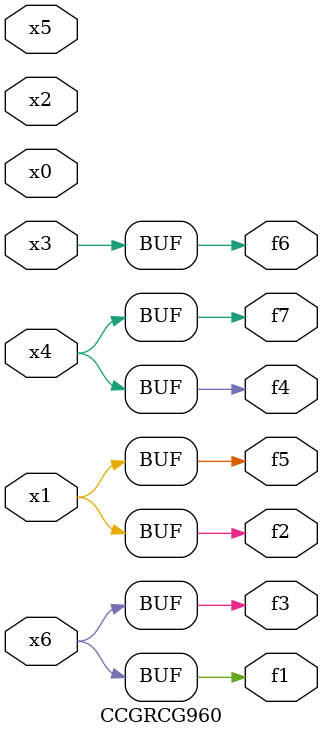
<source format=v>
module CCGRCG960(
	input x0, x1, x2, x3, x4, x5, x6,
	output f1, f2, f3, f4, f5, f6, f7
);
	assign f1 = x6;
	assign f2 = x1;
	assign f3 = x6;
	assign f4 = x4;
	assign f5 = x1;
	assign f6 = x3;
	assign f7 = x4;
endmodule

</source>
